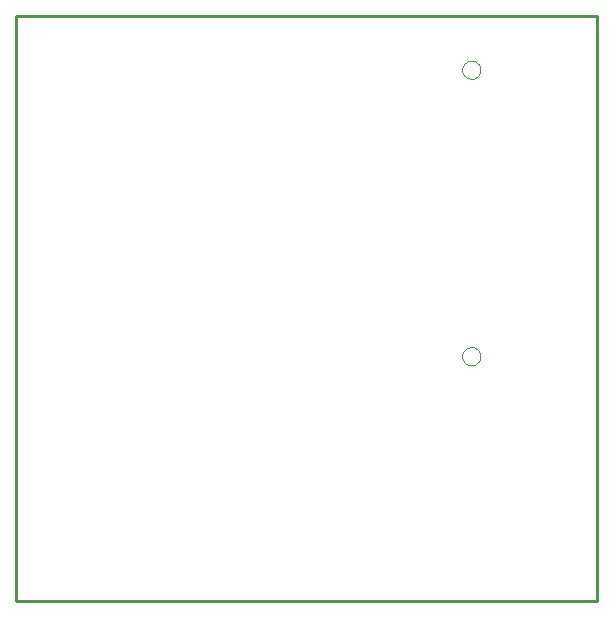
<source format=gbo>
G75*
%MOIN*%
%OFA0B0*%
%FSLAX24Y24*%
%IPPOS*%
%LPD*%
%AMOC8*
5,1,8,0,0,1.08239X$1,22.5*
%
%ADD10C,0.0100*%
%ADD11C,0.0000*%
D10*
X011333Y006500D02*
X011333Y025996D01*
X030703Y025996D01*
X030703Y006500D01*
X011333Y006500D01*
D11*
X026202Y014650D02*
X026204Y014685D01*
X026210Y014719D01*
X026220Y014752D01*
X026233Y014785D01*
X026250Y014815D01*
X026271Y014843D01*
X026294Y014869D01*
X026321Y014892D01*
X026349Y014911D01*
X026380Y014927D01*
X026413Y014940D01*
X026446Y014949D01*
X026481Y014954D01*
X026516Y014955D01*
X026550Y014952D01*
X026585Y014945D01*
X026618Y014934D01*
X026649Y014920D01*
X026679Y014902D01*
X026707Y014881D01*
X026732Y014856D01*
X026754Y014829D01*
X026773Y014800D01*
X026788Y014769D01*
X026800Y014736D01*
X026808Y014702D01*
X026812Y014667D01*
X026812Y014633D01*
X026808Y014598D01*
X026800Y014564D01*
X026788Y014531D01*
X026773Y014500D01*
X026754Y014471D01*
X026732Y014444D01*
X026707Y014419D01*
X026679Y014398D01*
X026649Y014380D01*
X026618Y014366D01*
X026585Y014355D01*
X026550Y014348D01*
X026516Y014345D01*
X026481Y014346D01*
X026446Y014351D01*
X026413Y014360D01*
X026380Y014373D01*
X026349Y014389D01*
X026321Y014408D01*
X026294Y014431D01*
X026271Y014457D01*
X026250Y014485D01*
X026233Y014515D01*
X026220Y014548D01*
X026210Y014581D01*
X026204Y014615D01*
X026202Y014650D01*
X026202Y024201D02*
X026204Y024236D01*
X026210Y024270D01*
X026220Y024303D01*
X026233Y024336D01*
X026250Y024366D01*
X026271Y024394D01*
X026294Y024420D01*
X026321Y024443D01*
X026349Y024462D01*
X026380Y024478D01*
X026413Y024491D01*
X026446Y024500D01*
X026481Y024505D01*
X026516Y024506D01*
X026550Y024503D01*
X026585Y024496D01*
X026618Y024485D01*
X026649Y024471D01*
X026679Y024453D01*
X026707Y024432D01*
X026732Y024407D01*
X026754Y024380D01*
X026773Y024351D01*
X026788Y024320D01*
X026800Y024287D01*
X026808Y024253D01*
X026812Y024218D01*
X026812Y024184D01*
X026808Y024149D01*
X026800Y024115D01*
X026788Y024082D01*
X026773Y024051D01*
X026754Y024022D01*
X026732Y023995D01*
X026707Y023970D01*
X026679Y023949D01*
X026649Y023931D01*
X026618Y023917D01*
X026585Y023906D01*
X026550Y023899D01*
X026516Y023896D01*
X026481Y023897D01*
X026446Y023902D01*
X026413Y023911D01*
X026380Y023924D01*
X026349Y023940D01*
X026321Y023959D01*
X026294Y023982D01*
X026271Y024008D01*
X026250Y024036D01*
X026233Y024066D01*
X026220Y024099D01*
X026210Y024132D01*
X026204Y024166D01*
X026202Y024201D01*
M02*

</source>
